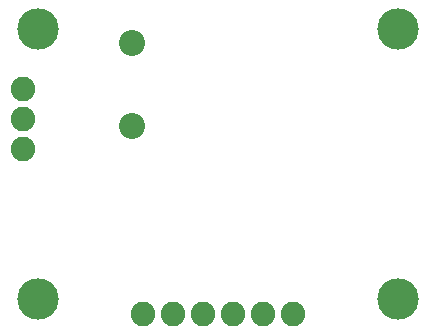
<source format=gbr>
G04 EAGLE Gerber RS-274X export*
G75*
%MOMM*%
%FSLAX34Y34*%
%LPD*%
%INSoldermask Bottom*%
%IPPOS*%
%AMOC8*
5,1,8,0,0,1.08239X$1,22.5*%
G01*
%ADD10C,2.203200*%
%ADD11C,3.505200*%
%ADD12C,2.082800*%


D10*
X105410Y241860D03*
X105410Y171860D03*
D11*
X25400Y25400D03*
X330200Y25400D03*
X25400Y254000D03*
X330200Y254000D03*
D12*
X114300Y12700D03*
X139700Y12700D03*
X165100Y12700D03*
X190500Y12700D03*
X215900Y12700D03*
X241300Y12700D03*
X12700Y152400D03*
X12700Y177800D03*
X12700Y203200D03*
M02*

</source>
